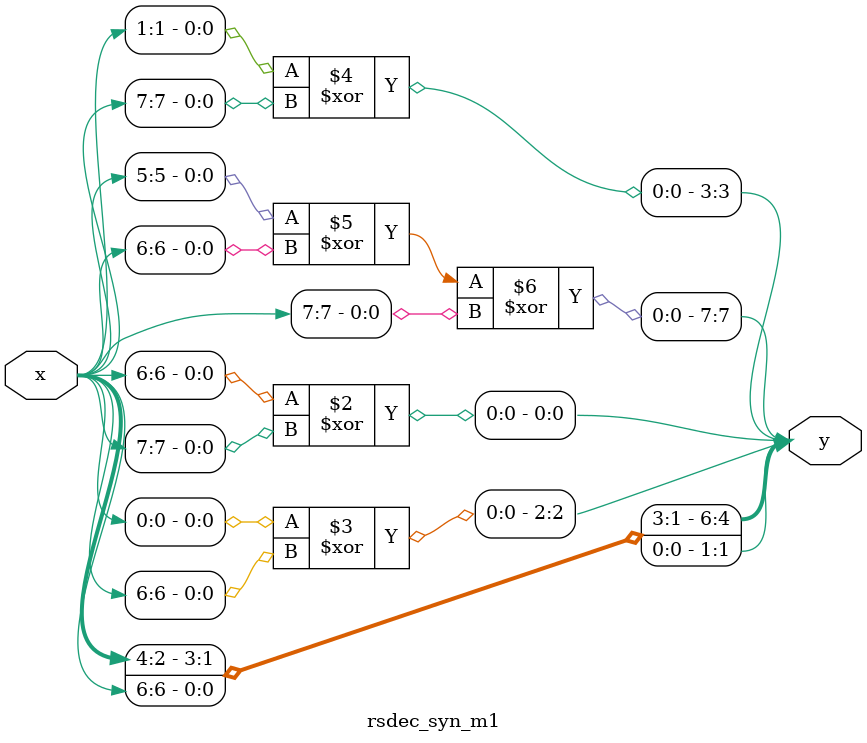
<source format=sv>
module rsdec_syn_m1 (y, x);
	input [7:0] x;
	output [7:0] y;
	reg [7:0] y;
	always @ (x)
	begin
		y[0] = x[6] ^ x[7];
		y[1] = x[6];
		y[2] = x[0] ^ x[6];
		y[3] = x[1] ^ x[7];
		y[4] = x[2];
		y[5] = x[3];
		y[6] = x[4];
		y[7] = x[5] ^ x[6] ^ x[7];
	end
endmodule


</source>
